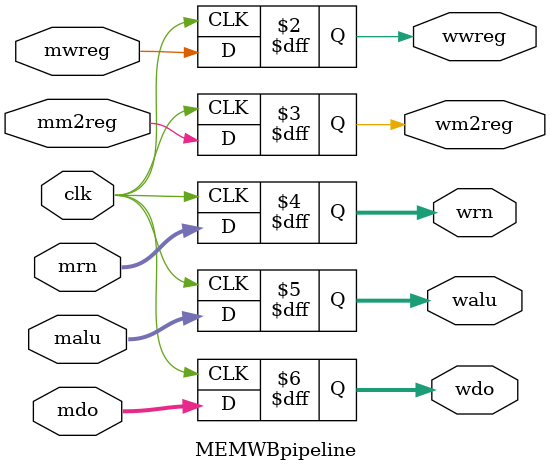
<source format=v>
`timescale 1ns / 1ps


module MEMWBpipeline(
    input mwreg,              // Control signal for writing to the register file
    input mm2reg,             // Control signal for writing to the register file (Memory Stage)
    input [4:0] mrn,     // Destination register address
    input [31:0] malu,          // Result from the data memory
    input [31:0] mdo,        // Data read from the data memory
    input clk,                // Clock signal

    output reg wwreg,         // Output for write enable signal
    output reg wm2reg,        // Output for write enable signal (Memory stage)
    output reg [4:0] wrn, // Output for destination register address
    output reg [31:0] walu,    // Output for result from the data memory
    output reg [31:0] wdo    // Output for data read from the data memory
);

always @ (posedge clk)
begin
    wwreg = mwreg;
    wm2reg = mm2reg;
    wrn = mrn;
    walu = malu;
    wdo = mdo;
end

endmodule // End of the module


</source>
